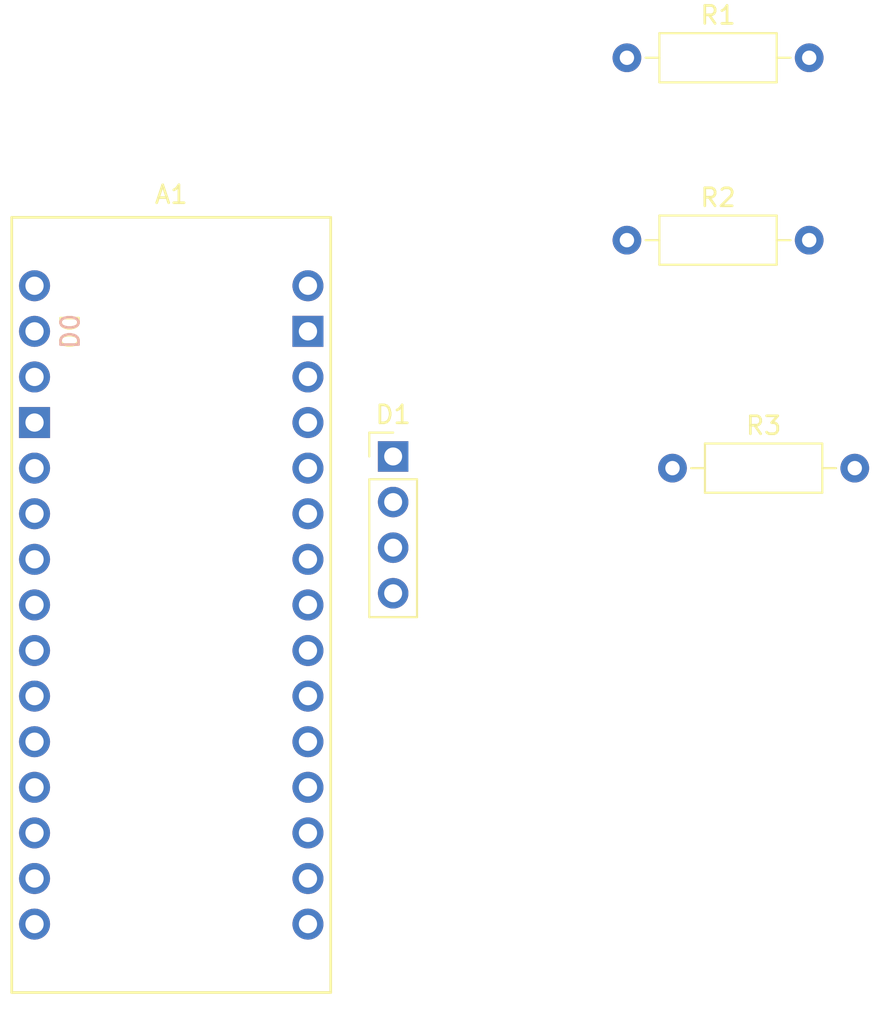
<source format=kicad_pcb>
(kicad_pcb (version 20221018) (generator pcbnew)
  (layers (0 "F.Cu" signal) (31 "B.Cu" signal) (34 "B.Paste" user) (35 "F.Paste" user) (36 "B.SilkS" user "B.Silkscreen") (37 "F.SilkS" user "F.Silkscreen") (38 "B.Mask" user) (39 "F.Mask" user) (44 "Edge.Cuts" user))
  (net 0 "")
  (net 16 "Net-(R3--)")
  (net 27 "GND")
  (net 30 "VBUS")
  (net 32 "Net-(D1-DIN)")
  (net 33 "Net-(J1-CC2)")
  (net 34 "Net-(J1-CC1)")
  (footprint "Resistor_THT:R_Axial_DIN0207_L6.3mm_D2.5mm_P10.16mm_Horizontal" (layer "F.Cu") (at 152.4 78.74)
    (fp_text reference "R3" (at 5.08 -2.37) (layer "F.SilkS"))
    (fp_text value "470Ω")
    (fp_line (start 1.04 0) (end 1.81 0) (stroke (width 0.12)) (layer "F.SilkS"))
    (fp_line (start 1.81 -1.37) (end 1.81 1.37) (stroke (width 0.12)) (layer "F.SilkS"))
    (fp_line (start 1.81 1.37) (end 8.35 1.37) (stroke (width 0.12)) (layer "F.SilkS"))
    (fp_line (start 8.35 -1.37) (end 1.81 -1.37) (stroke (width 0.12)) (layer "F.SilkS"))
    (fp_line (start 8.35 1.37) (end 8.35 -1.37) (stroke (width 0.12)) (layer "F.SilkS"))
    (fp_line (start 9.12 0) (end 8.35 0) (stroke (width 0.12)) (layer "F.SilkS"))
    (pad "1" thru_hole circle (at 0 0) (size 1.6 1.6) (drill 0.8) (layers "*.Cu" "*.Mask") (net 32 "Net-(D1-DIN)"))
    (pad "2" thru_hole oval (at 10.16 0) (size 1.6 1.6) (drill 0.8) (layers "*.Cu" "*.Mask") (net 16 "Net-(R3--)"))
  )
  (footprint "Resistor_THT:R_Axial_DIN0207_L6.3mm_D2.5mm_P10.16mm_Horizontal" (layer "F.Cu") (at 149.86 66.04)
    (fp_text reference "R2" (at 5.08 -2.37) (layer "F.SilkS"))
    (fp_text value "5.1kΩ")
    (fp_line (start 1.04 0) (end 1.81 0) (stroke (width 0.12)) (layer "F.SilkS"))
    (fp_line (start 1.81 -1.37) (end 1.81 1.37) (stroke (width 0.12)) (layer "F.SilkS"))
    (fp_line (start 1.81 1.37) (end 8.35 1.37) (stroke (width 0.12)) (layer "F.SilkS"))
    (fp_line (start 8.35 -1.37) (end 1.81 -1.37) (stroke (width 0.12)) (layer "F.SilkS"))
    (fp_line (start 8.35 1.37) (end 8.35 -1.37) (stroke (width 0.12)) (layer "F.SilkS"))
    (fp_line (start 9.12 0) (end 8.35 0) (stroke (width 0.12)) (layer "F.SilkS"))
    (pad "1" thru_hole circle (at 0 0) (size 1.6 1.6) (drill 0.8) (layers "*.Cu" "*.Mask") (net 27 "GND"))
    (pad "2" thru_hole oval (at 10.16 0) (size 1.6 1.6) (drill 0.8) (layers "*.Cu" "*.Mask") (net 34 "Net-(J1-CC1)"))
  )
  (footprint "PCM_arduino-library:Arduino_Nano_Every_Socket" (layer "F.Cu") (at 124.46 107.95)
    (fp_text reference "A1" (at 0 -44.45) (layer "F.SilkS"))
    (fp_text value "Arduino_Nano_33_BLE_Socket")
    (fp_text user "D0" (at -5.715 -36.83 -90 unlocked) (layer "B.SilkS") (effects (justify mirror)))
    (fp_text user "D0" (at -5.715 -36.83 -90 unlocked) (layer "F.SilkS"))
    (fp_line (start -8.89 -43.18) (end -8.89 0) (stroke (width 0.15)) (layer "F.SilkS"))
    (fp_line (start -8.89 -43.18) (end 8.89 -43.18) (stroke (width 0.15)) (layer "F.SilkS"))
    (fp_line (start -8.89 0) (end 8.89 0) (stroke (width 0.15)) (layer "F.SilkS"))
    (fp_line (start 8.89 -43.18) (end 8.89 0) (stroke (width 0.15)) (layer "F.SilkS"))
    (pad "" np_thru_hole circle (at -7.62 -41.91) (size 1.8 1.8) (drill 1.8) (layers "F&B.Cu" "*.Mask"))
    (pad "" np_thru_hole circle (at -7.62 -1.27) (size 1.8 1.8) (drill 1.8) (layers "F&B.Cu" "*.Mask"))
    (pad "" np_thru_hole circle (at 7.62 -41.91) (size 1.8 1.8) (drill 1.8) (layers "F&B.Cu" "*.Mask"))
    (pad "" np_thru_hole circle (at 7.62 -1.27) (size 1.8 1.8) (drill 1.8) (layers "F&B.Cu" "*.Mask"))
    (pad "3V3" thru_hole circle (at 7.62 -6.35) (size 1.7272 1.7272) (drill 1.016) (layers "*.Cu" "*.Mask"))
    (pad "5V" thru_hole circle (at 7.62 -31.75) (size 1.7272 1.7272) (drill 1.016) (layers "*.Cu" "*.Mask"))
    (pad "A0" thru_hole circle (at 7.62 -11.43) (size 1.7272 1.7272) (drill 1.016) (layers "*.Cu" "*.Mask"))
    (pad "A1" thru_hole circle (at 7.62 -13.97) (size 1.7272 1.7272) (drill 1.016) (layers "*.Cu" "*.Mask"))
    (pad "A2" thru_hole circle (at 7.62 -16.51) (size 1.7272 1.7272) (drill 1.016) (layers "*.Cu" "*.Mask"))
    (pad "A3" thru_hole circle (at 7.62 -19.05) (size 1.7272 1.7272) (drill 1.016) (layers "*.Cu" "*.Mask"))
    (pad "A4" thru_hole circle (at 7.62 -21.59) (size 1.7272 1.7272) (drill 1.016) (layers "*.Cu" "*.Mask"))
    (pad "A5" thru_hole circle (at 7.62 -24.13) (size 1.7272 1.7272) (drill 1.016) (layers "*.Cu" "*.Mask"))
    (pad "A6" thru_hole circle (at 7.62 -26.67) (size 1.7272 1.7272) (drill 1.016) (layers "*.Cu" "*.Mask"))
    (pad "A7" thru_hole circle (at 7.62 -29.21) (size 1.7272 1.7272) (drill 1.016) (layers "*.Cu" "*.Mask"))
    (pad "AREF" thru_hole circle (at 7.62 -8.89) (size 1.7272 1.7272) (drill 1.016) (layers "*.Cu" "*.Mask"))
    (pad "D0" thru_hole circle (at -7.62 -36.83) (size 1.7272 1.7272) (drill 1.016) (layers "*.Cu" "*.Mask"))
    (pad "D1" thru_hole circle (at -7.62 -39.37) (size 1.7272 1.7272) (drill 1.016) (layers "*.Cu" "*.Mask"))
    (pad "D2" thru_hole circle (at -7.62 -29.21) (size 1.7272 1.7272) (drill 1.016) (layers "*.Cu" "*.Mask"))
    (pad "D3" thru_hole circle (at -7.62 -26.67) (size 1.7272 1.7272) (drill 1.016) (layers "*.Cu" "*.Mask"))
    (pad "D4" thru_hole circle (at -7.62 -24.13) (size 1.7272 1.7272) (drill 1.016) (layers "*.Cu" "*.Mask") (net 16 "Net-(R3--)"))
    (pad "D5" thru_hole circle (at -7.62 -21.59) (size 1.7272 1.7272) (drill 1.016) (layers "*.Cu" "*.Mask"))
    (pad "D6" thru_hole circle (at -7.62 -19.05) (size 1.7272 1.7272) (drill 1.016) (layers "*.Cu" "*.Mask"))
    (pad "D7" thru_hole circle (at -7.62 -16.51) (size 1.7272 1.7272) (drill 1.016) (layers "*.Cu" "*.Mask"))
    (pad "D8" thru_hole circle (at -7.62 -13.97) (size 1.7272 1.7272) (drill 1.016) (layers "*.Cu" "*.Mask"))
    (pad "D9" thru_hole circle (at -7.62 -11.43) (size 1.7272 1.7272) (drill 1.016) (layers "*.Cu" "*.Mask"))
    (pad "D10" thru_hole circle (at -7.62 -8.89) (size 1.7272 1.7272) (drill 1.016) (layers "*.Cu" "*.Mask"))
    (pad "D11" thru_hole circle (at -7.62 -6.35) (size 1.7272 1.7272) (drill 1.016) (layers "*.Cu" "*.Mask"))
    (pad "D12" thru_hole circle (at -7.62 -3.81) (size 1.7272 1.7272) (drill 1.016) (layers "*.Cu" "*.Mask"))
    (pad "D13" thru_hole circle (at 7.62 -3.81) (size 1.7272 1.7272) (drill 1.016) (layers "*.Cu" "*.Mask"))
    (pad "GND1" thru_hole rect (at -7.62 -31.75) (size 1.7272 1.7272) (drill 1.016) (layers "*.Cu" "*.Mask"))
    (pad "GND2" thru_hole rect (at 7.62 -36.83) (size 1.7272 1.7272) (drill 1.016) (layers "*.Cu" "*.Mask") (net 27 "GND"))
    (pad "RST1" thru_hole circle (at -7.62 -34.29) (size 1.7272 1.7272) (drill 1.016) (layers "*.Cu" "*.Mask"))
    (pad "RST2" thru_hole circle (at 7.62 -34.29) (size 1.7272 1.7272) (drill 1.016) (layers "*.Cu" "*.Mask"))
    (pad "VIN" thru_hole circle (at 7.62 -39.37) (size 1.7272 1.7272) (drill 1.016) (layers "*.Cu" "*.Mask") (net 30 "VBUS"))
  )
  (footprint "Connector_PinHeader_2.54mm:PinHeader_1x04_P2.54mm_Vertical" (layer "F.Cu") (at 136.83 78.09)
    (fp_text reference "D1" (at 0 -2.33) (layer "F.SilkS"))
    (fp_text value "NeoPixel_THT")
    (fp_line (start -1.33 -1.33) (end 0 -1.33) (stroke (width 0.12)) (layer "F.SilkS"))
    (fp_line (start -1.33 0) (end -1.33 -1.33) (stroke (width 0.12)) (layer "F.SilkS"))
    (fp_line (start -1.33 1.27) (end -1.33 8.95) (stroke (width 0.12)) (layer "F.SilkS"))
    (fp_line (start -1.33 1.27) (end 1.33 1.27) (stroke (width 0.12)) (layer "F.SilkS"))
    (fp_line (start -1.33 8.95) (end 1.33 8.95) (stroke (width 0.12)) (layer "F.SilkS"))
    (fp_line (start 1.33 1.27) (end 1.33 8.95) (stroke (width 0.12)) (layer "F.SilkS"))
    (pad "1" thru_hole rect (at 0 0) (size 1.7 1.7) (drill 1) (layers "*.Cu" "*.Mask"))
    (pad "2" thru_hole oval (at 0 2.54) (size 1.7 1.7) (drill 1) (layers "*.Cu" "*.Mask") (net 27 "GND"))
    (pad "3" thru_hole oval (at 0 5.08) (size 1.7 1.7) (drill 1) (layers "*.Cu" "*.Mask") (net 30 "VBUS"))
    (pad "4" thru_hole oval (at 0 7.62) (size 1.7 1.7) (drill 1) (layers "*.Cu" "*.Mask") (net 32 "Net-(D1-DIN)"))
  )
  (footprint "Resistor_THT:R_Axial_DIN0207_L6.3mm_D2.5mm_P10.16mm_Horizontal" (layer "F.Cu") (at 149.86 55.88)
    (fp_text reference "R1" (at 5.08 -2.37) (layer "F.SilkS"))
    (fp_text value "5.1kΩ")
    (fp_line (start 1.04 0) (end 1.81 0) (stroke (width 0.12)) (layer "F.SilkS"))
    (fp_line (start 1.81 -1.37) (end 1.81 1.37) (stroke (width 0.12)) (layer "F.SilkS"))
    (fp_line (start 1.81 1.37) (end 8.35 1.37) (stroke (width 0.12)) (layer "F.SilkS"))
    (fp_line (start 8.35 -1.37) (end 1.81 -1.37) (stroke (width 0.12)) (layer "F.SilkS"))
    (fp_line (start 8.35 1.37) (end 8.35 -1.37) (stroke (width 0.12)) (layer "F.SilkS"))
    (fp_line (start 9.12 0) (end 8.35 0) (stroke (width 0.12)) (layer "F.SilkS"))
    (pad "1" thru_hole circle (at 0 0) (size 1.6 1.6) (drill 0.8) (layers "*.Cu" "*.Mask") (net 27 "GND"))
    (pad "2" thru_hole oval (at 10.16 0) (size 1.6 1.6) (drill 0.8) (layers "*.Cu" "*.Mask") (net 33 "Net-(J1-CC2)"))
  )
)
</source>
